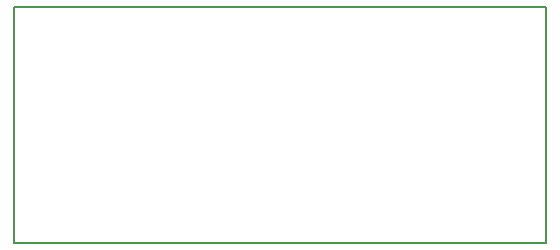
<source format=gm1>
G04 #@! TF.GenerationSoftware,KiCad,Pcbnew,5.0.2-bee76a0~70~ubuntu16.04.1*
G04 #@! TF.CreationDate,2019-01-02T15:35:10+05:30*
G04 #@! TF.ProjectId,Ap3403_LED_test,41703334-3033-45f4-9c45-445f74657374,rev?*
G04 #@! TF.SameCoordinates,Original*
G04 #@! TF.FileFunction,Profile,NP*
%FSLAX46Y46*%
G04 Gerber Fmt 4.6, Leading zero omitted, Abs format (unit mm)*
G04 Created by KiCad (PCBNEW 5.0.2-bee76a0~70~ubuntu16.04.1) date Wed Jan  2 15:35:10 2019*
%MOMM*%
%LPD*%
G01*
G04 APERTURE LIST*
%ADD10C,0.150000*%
G04 APERTURE END LIST*
D10*
X58000000Y-197000000D02*
X58000000Y-177000000D01*
X13000000Y-197000000D02*
X13000000Y-177000000D01*
X13000000Y-177000000D02*
X58000000Y-177000000D01*
X13000000Y-197000000D02*
X58000000Y-197000000D01*
M02*

</source>
